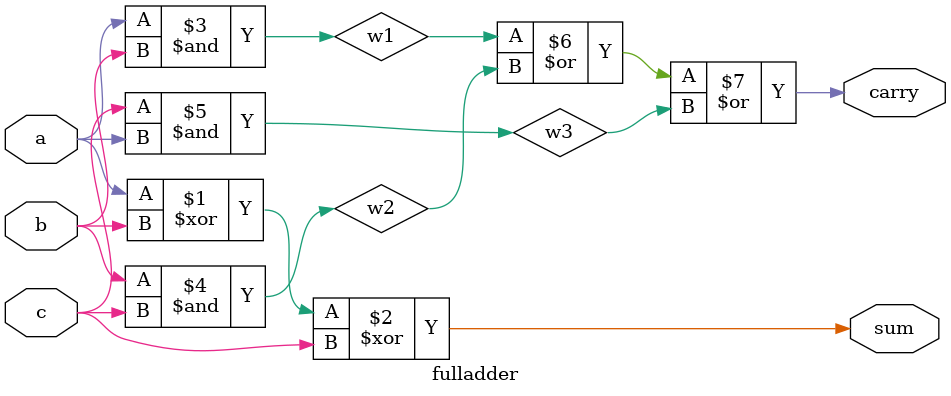
<source format=v>
`timescale 1ns / 1ps

module fulladder(sum,carry,a,b,c);
input a,b,c;
output sum,carry;
wire w1,w2,w3;

xor g1(sum,a,b,c);
and g2(w1,a,b);
and g3(w2,b,c);
and g4(w3,c,a);
or g5(carry,w1,w2,w3);

endmodule



</source>
